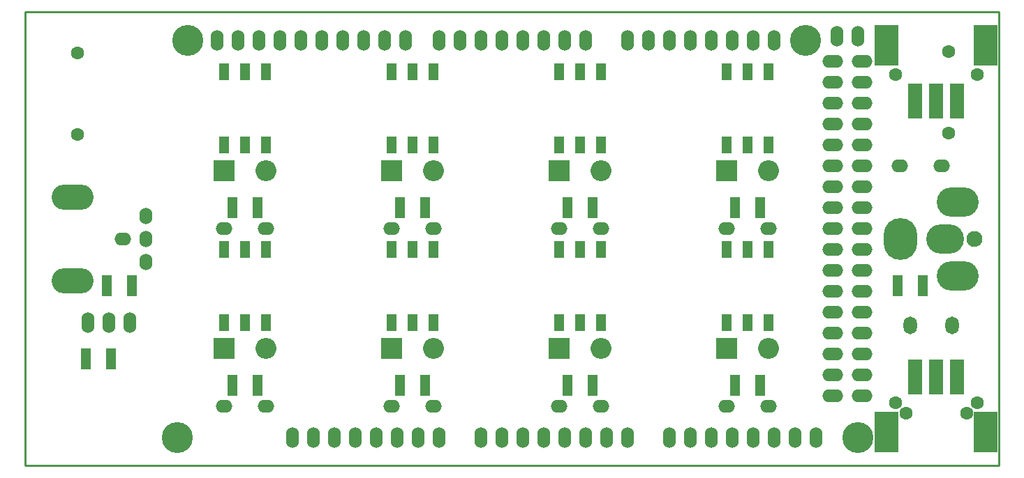
<source format=gbs>
G04 #@! TF.FileFunction,Soldermask,Bot*
%FSLAX46Y46*%
G04 Gerber Fmt 4.6, Leading zero omitted, Abs format (unit mm)*
G04 Created by KiCad (PCBNEW 0.201603210401+6634~43~ubuntu14.04.1-product) date Fri 08 Apr 2016 01:16:15 PM EDT*
%MOMM*%
G01*
G04 APERTURE LIST*
%ADD10C,0.100000*%
%ADD11C,0.228600*%
%ADD12O,1.524000X2.540000*%
%ADD13C,1.930400*%
%ADD14O,4.572000X3.556000*%
%ADD15O,4.064000X5.080000*%
%ADD16O,5.080000X3.556000*%
%ADD17O,5.080000X3.048000*%
%ADD18O,2.032000X1.524000*%
%ADD19O,1.524000X2.032000*%
%ADD20C,3.759200*%
%ADD21O,2.540000X1.524000*%
%ADD22O,1.651000X2.159000*%
%ADD23C,1.600200*%
%ADD24R,1.778000X4.191000*%
%ADD25R,2.997200X5.029200*%
%ADD26R,1.270000X2.032000*%
%ADD27R,2.540000X2.540000*%
%ADD28O,2.540000X2.540000*%
%ADD29R,1.270000X2.540000*%
G04 APERTURE END LIST*
D10*
D11*
X211455000Y-75311000D02*
X93345000Y-75311000D01*
X211455000Y-130429000D02*
X211455000Y-75311000D01*
X93345000Y-130429000D02*
X211455000Y-130429000D01*
X93345000Y-75311000D02*
X93345000Y-130429000D01*
D12*
X103505000Y-113030000D03*
X100965000Y-113030000D03*
X106045000Y-113030000D03*
D13*
X208457800Y-102870000D03*
D14*
X204952600Y-102870000D03*
D15*
X199466200Y-102870000D03*
D16*
X206451200Y-98374200D03*
X206451200Y-107365800D03*
D17*
X99060000Y-107950000D03*
X99060000Y-97790000D03*
D18*
X105156000Y-102870000D03*
D19*
X107950000Y-102870000D03*
X107950000Y-100076000D03*
X107950000Y-105664000D03*
D20*
X111760000Y-127000000D03*
X113030000Y-78740000D03*
X194310000Y-127000000D03*
X187960000Y-78740000D03*
D12*
X125730000Y-127000000D03*
X128270000Y-127000000D03*
X130810000Y-127000000D03*
X133350000Y-127000000D03*
X135890000Y-127000000D03*
X138430000Y-127000000D03*
X140970000Y-127000000D03*
X143510000Y-127000000D03*
X148590000Y-127000000D03*
X151130000Y-127000000D03*
X153670000Y-127000000D03*
X156210000Y-127000000D03*
X158750000Y-127000000D03*
X161290000Y-127000000D03*
X163830000Y-127000000D03*
X166370000Y-127000000D03*
X171450000Y-127000000D03*
X173990000Y-127000000D03*
X176530000Y-127000000D03*
X179070000Y-127000000D03*
X181610000Y-127000000D03*
X184150000Y-127000000D03*
X186690000Y-127000000D03*
X189230000Y-127000000D03*
X116586000Y-78740000D03*
X119126000Y-78740000D03*
X121666000Y-78740000D03*
X124206000Y-78740000D03*
X126746000Y-78740000D03*
X129286000Y-78740000D03*
X131826000Y-78740000D03*
X134366000Y-78740000D03*
X136906000Y-78740000D03*
X139446000Y-78740000D03*
X143510000Y-78740000D03*
X161290000Y-78740000D03*
X158750000Y-78740000D03*
X156210000Y-78740000D03*
X153670000Y-78740000D03*
X151130000Y-78740000D03*
X148590000Y-78740000D03*
X146050000Y-78740000D03*
X166370000Y-78740000D03*
X168910000Y-78740000D03*
X171450000Y-78740000D03*
X173990000Y-78740000D03*
X176530000Y-78740000D03*
X179070000Y-78740000D03*
X181610000Y-78740000D03*
X184150000Y-78740000D03*
X191770000Y-78232000D03*
X194310000Y-78232000D03*
D21*
X191262000Y-81280000D03*
X194818000Y-81280000D03*
X191262000Y-83820000D03*
X194818000Y-83820000D03*
X191262000Y-86360000D03*
X194818000Y-86360000D03*
X191262000Y-88900000D03*
X194818000Y-88900000D03*
X191262000Y-91440000D03*
X194818000Y-91440000D03*
X191262000Y-93980000D03*
X194818000Y-93980000D03*
X191262000Y-96520000D03*
X194818000Y-96520000D03*
X191262000Y-99060000D03*
X194818000Y-99060000D03*
X191262000Y-101600000D03*
X194818000Y-101600000D03*
X191262000Y-104140000D03*
X194818000Y-104140000D03*
X191262000Y-106680000D03*
X194818000Y-106680000D03*
X191262000Y-109220000D03*
X194818000Y-109220000D03*
X191262000Y-111760000D03*
X194818000Y-111760000D03*
X191262000Y-114300000D03*
X194818000Y-114300000D03*
X191262000Y-116840000D03*
X194818000Y-116840000D03*
X191262000Y-119380000D03*
X194818000Y-119380000D03*
X191262000Y-121920000D03*
X194818000Y-121920000D03*
D22*
X200660000Y-113385600D03*
X205740000Y-113385600D03*
D23*
X99695000Y-90170000D03*
X99695000Y-80264000D03*
D24*
X206375000Y-86106000D03*
X203835000Y-86106000D03*
X201295000Y-86106000D03*
D23*
X208788000Y-82931000D03*
X198882000Y-82931000D03*
D25*
X209829400Y-79375000D03*
X197840600Y-79375000D03*
D23*
X205359000Y-80137000D03*
X205359000Y-90043000D03*
D24*
X201295000Y-119634000D03*
X203835000Y-119634000D03*
X206375000Y-119634000D03*
D23*
X198882000Y-122809000D03*
X208788000Y-122809000D03*
D25*
X197840600Y-126365000D03*
X209829400Y-126365000D03*
D23*
X207518000Y-124079000D03*
X200152000Y-124079000D03*
D26*
X117475000Y-82550000D03*
X120015000Y-82550000D03*
X122555000Y-82550000D03*
X122555000Y-91440000D03*
X120015000Y-91440000D03*
X117475000Y-91440000D03*
X137795000Y-82550000D03*
X140335000Y-82550000D03*
X142875000Y-82550000D03*
X142875000Y-91440000D03*
X140335000Y-91440000D03*
X137795000Y-91440000D03*
X158115000Y-82550000D03*
X160655000Y-82550000D03*
X163195000Y-82550000D03*
X163195000Y-91440000D03*
X160655000Y-91440000D03*
X158115000Y-91440000D03*
X178435000Y-82550000D03*
X180975000Y-82550000D03*
X183515000Y-82550000D03*
X183515000Y-91440000D03*
X180975000Y-91440000D03*
X178435000Y-91440000D03*
X117475000Y-104140000D03*
X120015000Y-104140000D03*
X122555000Y-104140000D03*
X122555000Y-113030000D03*
X120015000Y-113030000D03*
X117475000Y-113030000D03*
X137795000Y-104140000D03*
X140335000Y-104140000D03*
X142875000Y-104140000D03*
X142875000Y-113030000D03*
X140335000Y-113030000D03*
X137795000Y-113030000D03*
X158115000Y-104140000D03*
X160655000Y-104140000D03*
X163195000Y-104140000D03*
X163195000Y-113030000D03*
X160655000Y-113030000D03*
X158115000Y-113030000D03*
X178435000Y-104140000D03*
X180975000Y-104140000D03*
X183515000Y-104140000D03*
X183515000Y-113030000D03*
X180975000Y-113030000D03*
X178435000Y-113030000D03*
D18*
X183515000Y-123190000D03*
X178435000Y-123190000D03*
X163195000Y-123190000D03*
X158115000Y-123190000D03*
X142875000Y-123190000D03*
X137795000Y-123190000D03*
X122555000Y-123190000D03*
X117475000Y-123190000D03*
X183515000Y-101600000D03*
X178435000Y-101600000D03*
X163195000Y-101600000D03*
X158115000Y-101600000D03*
X142875000Y-101600000D03*
X137795000Y-101600000D03*
X122555000Y-101600000D03*
X117475000Y-101600000D03*
X199390000Y-93980000D03*
X204470000Y-93980000D03*
D27*
X178435000Y-116205000D03*
D28*
X183515000Y-116205000D03*
D27*
X158115000Y-116205000D03*
D28*
X163195000Y-116205000D03*
D27*
X137795000Y-116205000D03*
D28*
X142875000Y-116205000D03*
D27*
X117475000Y-116205000D03*
D28*
X122555000Y-116205000D03*
D27*
X178435000Y-94615000D03*
D28*
X183515000Y-94615000D03*
D27*
X158115000Y-94615000D03*
D28*
X163195000Y-94615000D03*
D27*
X137795000Y-94615000D03*
D28*
X142875000Y-94615000D03*
D27*
X117475000Y-94615000D03*
D28*
X122555000Y-94615000D03*
D29*
X179451000Y-120650000D03*
X182499000Y-120650000D03*
X159131000Y-120650000D03*
X162179000Y-120650000D03*
X138811000Y-120650000D03*
X141859000Y-120650000D03*
X118491000Y-120650000D03*
X121539000Y-120650000D03*
X179451000Y-99060000D03*
X182499000Y-99060000D03*
X159131000Y-99060000D03*
X162179000Y-99060000D03*
X138811000Y-99060000D03*
X141859000Y-99060000D03*
X118491000Y-99060000D03*
X121539000Y-99060000D03*
X100711000Y-117475000D03*
X103759000Y-117475000D03*
X106299000Y-108585000D03*
X103251000Y-108585000D03*
X199136000Y-108585000D03*
X202184000Y-108585000D03*
M02*

</source>
